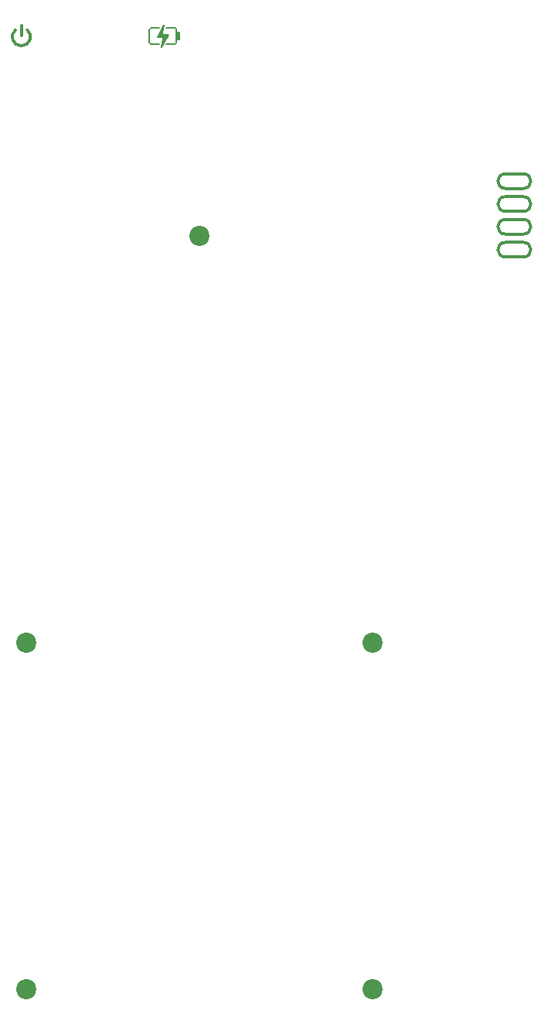
<source format=gbr>
%TF.GenerationSoftware,KiCad,Pcbnew,8.0.1*%
%TF.CreationDate,2024-04-11T23:32:49+09:00*%
%TF.ProjectId,Calciumor_SwitchCover,43616c63-6975-46d6-9f72-5f5377697463,rev?*%
%TF.SameCoordinates,Original*%
%TF.FileFunction,Soldermask,Top*%
%TF.FilePolarity,Negative*%
%FSLAX46Y46*%
G04 Gerber Fmt 4.6, Leading zero omitted, Abs format (unit mm)*
G04 Created by KiCad (PCBNEW 8.0.1) date 2024-04-11 23:32:49*
%MOMM*%
%LPD*%
G01*
G04 APERTURE LIST*
%ADD10C,0.300000*%
%ADD11C,0.150000*%
%ADD12C,2.200000*%
G04 APERTURE END LIST*
D10*
X142000000Y-59700000D02*
X144000000Y-59700000D01*
X144000000Y-59700000D02*
G75*
G02*
X144000000Y-61300000I0J-800000D01*
G01*
X142000000Y-61300000D02*
X144000000Y-61300000D01*
X142000000Y-61300000D02*
G75*
G02*
X142000000Y-59700000I0J800000D01*
G01*
X142000000Y-57200000D02*
X144000000Y-57200000D01*
X144000000Y-57200000D02*
G75*
G02*
X144000000Y-58800000I0J-800000D01*
G01*
X142000000Y-58800000D02*
X144000000Y-58800000D01*
X142000000Y-58800000D02*
G75*
G02*
X142000000Y-57200000I0J800000D01*
G01*
X142000000Y-54700000D02*
X144000000Y-54700000D01*
X144000000Y-54700000D02*
G75*
G02*
X144000000Y-56300000I0J-800000D01*
G01*
X142000000Y-56300000D02*
X144000000Y-56300000D01*
X142000000Y-56300000D02*
G75*
G02*
X142000000Y-54700000I0J800000D01*
G01*
X142000000Y-53800000D02*
G75*
G02*
X142000000Y-52200000I0J800000D01*
G01*
X144000000Y-52200000D02*
G75*
G02*
X144000000Y-53800000I0J-800000D01*
G01*
X142000000Y-53800000D02*
X144000000Y-53800000D01*
X142000000Y-52200000D02*
X144000000Y-52200000D01*
D11*
X104400000Y-38300000D02*
X104600000Y-37000000D01*
X104600000Y-35900000D02*
X104400000Y-37200000D01*
X105000000Y-37200000D02*
X103900000Y-37200000D01*
X105100000Y-37000000D02*
X104100000Y-37000000D01*
X105000000Y-37100000D02*
X104100000Y-37100000D01*
D10*
X89000000Y-36000000D02*
X89000000Y-37100000D01*
D11*
X103200000Y-38000000D02*
X104100000Y-38000000D01*
X106000000Y-37800000D02*
G75*
G02*
X105800000Y-38000000I-200000J0D01*
G01*
X104400000Y-38300000D02*
X104900000Y-37000000D01*
X104400000Y-38300000D02*
X105100000Y-37000000D01*
X103000000Y-36400000D02*
G75*
G02*
X103200000Y-36200000I200000J0D01*
G01*
X104400000Y-38300000D02*
X105000000Y-37000000D01*
X104400000Y-38300000D02*
X104700000Y-37000000D01*
X103200000Y-38000000D02*
G75*
G02*
X103000000Y-37800000I0J200000D01*
G01*
X104100000Y-36200000D02*
X103200000Y-36200000D01*
X105800000Y-36200000D02*
G75*
G02*
X106000000Y-36400000I0J-200000D01*
G01*
X105800000Y-38000000D02*
X104900000Y-38000000D01*
X103900000Y-37200000D02*
X104600000Y-35900000D01*
X103000000Y-37800000D02*
X103000000Y-36400000D01*
X106000000Y-36700000D02*
X106300000Y-36700000D01*
X105800000Y-36200000D02*
X104900000Y-36200000D01*
X106150000Y-36700000D02*
X106150000Y-37500000D01*
X104600000Y-35900000D02*
X104000000Y-37200000D01*
X104600000Y-35900000D02*
X104200000Y-37200000D01*
X106300000Y-36700000D02*
X106300000Y-37500000D01*
X106300000Y-37500000D02*
X106000000Y-37500000D01*
X106000000Y-36400000D02*
X106000000Y-37800000D01*
X104600000Y-35900000D02*
X104300000Y-37200000D01*
D10*
X89644136Y-36435089D02*
G75*
G02*
X88355864Y-36435089I-644136J-764911D01*
G01*
D11*
X104400000Y-38300000D02*
X104800000Y-37000000D01*
X104600000Y-35900000D02*
X104100000Y-37200000D01*
D12*
%TO.C,H24*%
X108500000Y-59000000D03*
%TD*%
%TO.C,H20*%
X89500000Y-141500000D03*
%TD*%
%TO.C,H18*%
X89500000Y-103500000D03*
%TD*%
%TO.C,H19*%
X127500000Y-103500000D03*
%TD*%
%TO.C,H21*%
X127500000Y-141500000D03*
%TD*%
M02*

</source>
